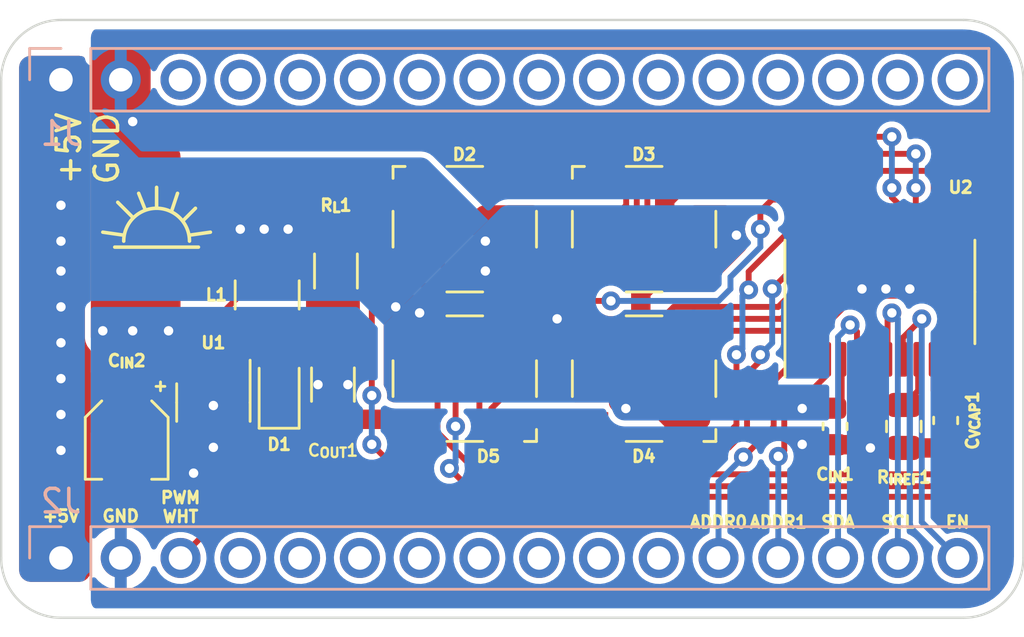
<source format=kicad_pcb>
(kicad_pcb (version 20211014) (generator pcbnew)
  (layers (0 "F.Cu" signal) (31 "B.Cu" power) (34 "B.Paste" user) (35 "F.Paste" user) (36 "B.SilkS" user "B.Silkscreen") (37 "F.SilkS" user "F.Silkscreen") (38 "B.Mask" user) (39 "F.Mask" user) (44 "Edge.Cuts" user))
  (net 0 "")
  (net 1 "/FB_WHT")
  (net 2 "/OUT2")
  (net 3 "/OUT1")
  (net 4 "/OUT0")
  (net 5 "VCC")
  (net 6 "/OUT5")
  (net 7 "/OUT4")
  (net 8 "/OUT3")
  (net 9 "/OUT8")
  (net 10 "/OUT7")
  (net 11 "/OUT6")
  (net 12 "/OUT11")
  (net 13 "/OUT10")
  (net 14 "/OUT9")
  (net 15 "/V_{OUT}_WHT")
  (net 16 "GND")
  (net 17 "Net-(R_{IREF}1-Pad2)")
  (net 18 "/SW_WHT")
  (net 19 "/ADDR0")
  (net 20 "/ADDR1")
  (net 21 "/SDA")
  (net 22 "/SCL")
  (net 23 "/RGB_EN")
  (net 24 "Net-(C_{VCAP}1-Pad1)")
  (net 31 "/DIM_WHT")
  (net 49 "Net-(D2-Pad4)")
  (net 50 "Net-(D3-Pad4)")
  (net 51 "Net-(D4-Pad4)")
  (footprint "sunrise:LED_SMD5050-8" (layer "F.Cu") (at 147.968 86.36)
    (fp_text reference "D4" (at -0.013 3.302 180) (layer "F.SilkS") (effects (font (size 0.5 0.5) (thickness 0.125))))
    (fp_text value "LED_RGBW")
    (fp_line (start -0.762 -2.667) (end 0.762 -2.667) (layer "F.SilkS") (width 0.12))
    (fp_line (start -3.048 0.762) (end -3.048 -0.762) (layer "F.SilkS") (width 0.12))
    (fp_line (start 3.048 2.667) (end 2.54 2.667) (layer "F.SilkS") (width 0.12))
    (fp_line (start -0.762 2.667) (end 0.762 2.667) (layer "F.SilkS") (width 0.12))
    (fp_line (start 3.048 2.667) (end 3.048 2.159) (layer "F.SilkS") (width 0.12))
    (fp_line (start 2.54 2.667) (end 3.048 2.667) (layer "F.SilkS") (width 0.12))
    (fp_line (start 3.048 0.762) (end 3.048 -0.762) (layer "F.SilkS") (width 0.12))
    (pad "1" smd rect (at -2.09 -1.725 270) (size 0.6 1.13) (layers "F.Cu" "F.Paste" "F.Mask") (net 5 "VCC"))
    (pad "2" smd rect (at -2.09 -0.575 270) (size 0.6 1.13) (layers "F.Cu" "F.Paste" "F.Mask") (net 5 "VCC"))
    (pad "3" smd rect (at -2.09 0.575 270) (size 0.6 1.13) (layers "F.Cu" "F.Paste" "F.Mask") (net 5 "VCC"))
    (pad "4" smd rect (at -2.09 1.725 270) (size 0.6 1.13) (layers "F.Cu" "F.Paste" "F.Mask") (net 51 "Net-(D4-Pad4)"))
    (pad "5" smd rect (at 2.09 1.725 270) (size 0.6 1.13) (layers "F.Cu" "F.Paste" "F.Mask") (net 50 "Net-(D3-Pad4)"))
    (pad "6" smd rect (at 2.09 0.575 270) (size 0.6 1.13) (layers "F.Cu" "F.Paste" "F.Mask") (net 9 "/OUT8"))
    (pad "7" smd rect (at 2.09 -0.575 270) (size 0.6 1.13) (layers "F.Cu" "F.Paste" "F.Mask") (net 10 "/OUT7"))
    (pad "8" smd rect (at 2.09 -1.725 270) (size 0.6 1.13) (layers "F.Cu" "F.Paste" "F.Mask") (net 11 "/OUT6"))
  )
  (footprint "Package_SO:TSSOP-24_4.4x7.8mm_P0.65mm" (layer "F.Cu") (at 157.988 82.677 90)
    (fp_text reference "U2" (at 4.445 3.429 180) (layer "F.SilkS") (effects (font (size 0.5 0.5) (thickness 0.125))))
    (fp_text value "LP5012")
    (fp_line (start 0 4.035) (end 2.2 4.035) (layer "F.SilkS") (width 0.12))
    (fp_line (start 0 -4.035) (end -3.6 -4.035) (layer "F.SilkS") (width 0.12))
    (fp_line (start 0 4.035) (end -2.2 4.035) (layer "F.SilkS") (width 0.12))
    (fp_line (start 0 -4.035) (end 2.2 -4.035) (layer "F.SilkS") (width 0.12))
    (pad "1" smd roundrect (at -2.8625 -3.575 90) (size 1.475 0.4) (layers "F.Cu" "F.Paste" "F.Mask") (net 19 "/ADDR0"))
    (pad "2" smd roundrect (at -2.8625 -2.925 90) (size 1.475 0.4) (layers "F.Cu" "F.Paste" "F.Mask") (net 16 "GND"))
    (pad "3" smd roundrect (at -2.8625 -2.275 90) (size 1.475 0.4) (layers "F.Cu" "F.Paste" "F.Mask") (net 20 "/ADDR1"))
    (pad "4" smd roundrect (at -2.8625 -1.625 90) (size 1.475 0.4) (layers "F.Cu" "F.Paste" "F.Mask") (net 5 "VCC"))
    (pad "5" smd roundrect (at -2.8625 -0.975 90) (size 1.475 0.4) (layers "F.Cu" "F.Paste" "F.Mask") (net 21 "/SDA"))
    (pad "6" smd roundrect (at -2.8625 -0.325 90) (size 1.475 0.4) (layers "F.Cu" "F.Paste" "F.Mask") (net 16 "GND"))
    (pad "7" smd roundrect (at -2.8625 0.325 90) (size 1.475 0.4) (layers "F.Cu" "F.Paste" "F.Mask") (net 22 "/SCL"))
    (pad "8" smd roundrect (at -2.8625 0.975 90) (size 1.475 0.4) (layers "F.Cu" "F.Paste" "F.Mask") (net 23 "/RGB_EN"))
    (pad "9" smd roundrect (at -2.8625 1.625 90) (size 1.475 0.4) (layers "F.Cu" "F.Paste" "F.Mask") (net 17 "Net-(R_{IREF}1-Pad2)"))
    (pad "10" smd roundrect (at -2.8625 2.275 90) (size 1.475 0.4) (layers "F.Cu" "F.Paste" "F.Mask") (net 24 "Net-(C_{VCAP}1-Pad1)"))
    (pad "11" smd roundrect (at -2.8625 2.925 90) (size 1.475 0.4) (layers "F.Cu" "F.Paste" "F.Mask"))
    (pad "12" smd roundrect (at -2.8625 3.575 90) (size 1.475 0.4) (layers "F.Cu" "F.Paste" "F.Mask") (net 4 "/OUT0"))
    (pad "13" smd roundrect (at 2.8625 3.575 90) (size 1.475 0.4) (layers "F.Cu" "F.Paste" "F.Mask") (net 3 "/OUT1"))
    (pad "14" smd roundrect (at 2.8625 2.925 90) (size 1.475 0.4) (layers "F.Cu" "F.Paste" "F.Mask") (net 2 "/OUT2"))
    (pad "15" smd roundrect (at 2.8625 2.275 90) (size 1.475 0.4) (layers "F.Cu" "F.Paste" "F.Mask") (net 8 "/OUT3"))
    (pad "16" smd roundrect (at 2.8625 1.625 90) (size 1.475 0.4) (layers "F.Cu" "F.Paste" "F.Mask") (net 7 "/OUT4"))
    (pad "17" smd roundrect (at 2.8625 0.975 90) (size 1.475 0.4) (layers "F.Cu" "F.Paste" "F.Mask") (net 6 "/OUT5"))
    (pad "18" smd roundrect (at 2.8625 0.325 90) (size 1.475 0.4) (layers "F.Cu" "F.Paste" "F.Mask") (net 16 "GND"))
    (pad "19" smd roundrect (at 2.8625 -0.325 90) (size 1.475 0.4) (layers "F.Cu" "F.Paste" "F.Mask") (net 11 "/OUT6"))
    (pad "20" smd roundrect (at 2.8625 -0.975 90) (size 1.475 0.4) (layers "F.Cu" "F.Paste" "F.Mask") (net 10 "/OUT7"))
    (pad "21" smd roundrect (at 2.8625 -1.625 90) (size 1.475 0.4) (layers "F.Cu" "F.Paste" "F.Mask") (net 9 "/OUT8"))
    (pad "22" smd roundrect (at 2.8625 -2.275 90) (size 1.475 0.4) (layers "F.Cu" "F.Paste" "F.Mask") (net 14 "/OUT9"))
    (pad "23" smd roundrect (at 2.8625 -2.925 90) (size 1.475 0.4) (layers "F.Cu" "F.Paste" "F.Mask") (net 13 "/OUT10"))
    (pad "24" smd roundrect (at 2.8625 -3.575 90) (size 1.475 0.4) (layers "F.Cu" "F.Paste" "F.Mask") (net 12 "/OUT11"))
  )
  (footprint "Package_TO_SOT_SMD:SOT-23-5" (layer "F.Cu") (at 129.667 87.376 -90)
    (fp_text reference "U1" (at -2.54 0 180) (layer "F.SilkS") (effects (font (size 0.5 0.5) (thickness 0.125))))
    (fp_text value "LM3410" hide)
    (fp_line (start 0 1.56) (end -0.8 1.56) (layer "F.SilkS") (width 0.12))
    (fp_line (start 0 -1.56) (end 0.8 -1.56) (layer "F.SilkS") (width 0.12))
    (fp_line (start 0 1.56) (end 0.8 1.56) (layer "F.SilkS") (width 0.12))
    (fp_line (start 0 -1.56) (end -1.8 -1.56) (layer "F.SilkS") (width 0.12))
    (pad "1" smd roundrect (at -1.1375 -0.95 270) (size 1.325 0.6) (layers "F.Cu" "F.Paste" "F.Mask") (net 18 "/SW_WHT"))
    (pad "2" smd roundrect (at -1.1375 0 270) (size 1.325 0.6) (layers "F.Cu" "F.Paste" "F.Mask") (net 16 "GND"))
    (pad "3" smd roundrect (at -1.1375 0.95 270) (size 1.325 0.6) (layers "F.Cu" "F.Paste" "F.Mask") (net 1 "/FB_WHT"))
    (pad "4" smd roundrect (at 1.1375 0.95 270) (size 1.325 0.6) (layers "F.Cu" "F.Paste" "F.Mask") (net 5 "VCC"))
    (pad "5" smd roundrect (at 1.1375 -0.95 270) (size 1.325 0.6) (layers "F.Cu" "F.Paste" "F.Mask") (net 31 "/DIM_WHT"))
  )
  (footprint "sunrise:LED_SMD5050-8" (layer "F.Cu") (at 147.968 80.01 180)
    (fp_text reference "D3" (at 0.013 3.175 180) (layer "F.SilkS") (effects (font (size 0.5 0.5) (thickness 0.125))))
    (fp_text value "LED_RGBW")
    (fp_line (start -3.048 0.762) (end -3.048 -0.762) (layer "F.SilkS") (width 0.12))
    (fp_line (start 3.048 0.762) (end 3.048 -0.762) (layer "F.SilkS") (width 0.12))
    (fp_line (start 3.048 2.667) (end 2.54 2.667) (layer "F.SilkS") (width 0.12))
    (fp_line (start 3.048 2.667) (end 3.048 2.159) (layer "F.SilkS") (width 0.12))
    (fp_line (start 2.54 2.667) (end 3.048 2.667) (layer "F.SilkS") (width 0.12))
    (fp_line (start -0.762 2.667) (end 0.762 2.667) (layer "F.SilkS") (width 0.12))
    (fp_line (start -0.762 -2.667) (end 0.762 -2.667) (layer "F.SilkS") (width 0.12))
    (pad "1" smd rect (at -2.09 -1.725 90) (size 0.6 1.13) (layers "F.Cu" "F.Paste" "F.Mask") (net 5 "VCC"))
    (pad "2" smd rect (at -2.09 -0.575 90) (size 0.6 1.13) (layers "F.Cu" "F.Paste" "F.Mask") (net 5 "VCC"))
    (pad "3" smd rect (at -2.09 0.575 90) (size 0.6 1.13) (layers "F.Cu" "F.Paste" "F.Mask") (net 5 "VCC"))
    (pad "4" smd rect (at -2.09 1.725 90) (size 0.6 1.13) (layers "F.Cu" "F.Paste" "F.Mask") (net 50 "Net-(D3-Pad4)"))
    (pad "5" smd rect (at 2.09 1.725 90) (size 0.6 1.13) (layers "F.Cu" "F.Paste" "F.Mask") (net 49 "Net-(D2-Pad4)"))
    (pad "6" smd rect (at 2.09 0.575 90) (size 0.6 1.13) (layers "F.Cu" "F.Paste" "F.Mask") (net 6 "/OUT5"))
    (pad "7" smd rect (at 2.09 -0.575 90) (size 0.6 1.13) (layers "F.Cu" "F.Paste" "F.Mask") (net 7 "/OUT4"))
    (pad "8" smd rect (at 2.09 -1.725 90) (size 0.6 1.13) (layers "F.Cu" "F.Paste" "F.Mask") (net 8 "/OUT3"))
  )
  (footprint "Diode_SMD:D_SOD-323" (layer "F.Cu") (at 132.461 86.868 90)
    (fp_text reference "D1" (at -2.286 0 180) (layer "F.SilkS") (effects (font (size 0.5 0.5) (thickness 0.125))))
    (fp_text value "30V" hide)
    (fp_line (start -1.6002 -0.85) (end -1.6002 0.85) (layer "F.SilkS") (width 0.12))
    (fp_line (start -1.6002 -0.85) (end 0.9498 -0.85) (layer "F.SilkS") (width 0.12))
    (fp_line (start -1.6002 0.85) (end 0.9498 0.85) (layer "F.SilkS") (width 0.12))
    (pad "1" smd rect (at -1.05 0 90) (size 0.6 0.45) (layers "F.Cu" "F.Paste" "F.Mask") (net 15 "/V_{OUT}_WHT"))
    (pad "2" smd rect (at 1.05 0 90) (size 0.6 0.45) (layers "F.Cu" "F.Paste" "F.Mask") (net 18 "/SW_WHT"))
  )
  (footprint "Inductor_SMD:L_1210_3225Metric" (layer "F.Cu") (at 131.953 82.804 -90)
    (fp_text reference "L1" (at 0 2.159) (layer "F.SilkS") (effects (font (size 0.5 0.5) (thickness 0.125))))
    (fp_text value "10u" hide)
    (fp_line (start -0.602064 -1.36) (end 0.602064 -1.36) (layer "F.SilkS") (width 0.12))
    (fp_line (start -0.602064 1.36) (end 0.602064 1.36) (layer "F.SilkS") (width 0.12))
    (pad "1" smd roundrect (at -1.4 0 270) (size 1.25 2.65) (layers "F.Cu" "F.Paste" "F.Mask") (roundrect_rratio 0.2) (net 5 "VCC"))
    (pad "2" smd roundrect (at 1.4 0 270) (size 1.25 2.65) (layers "F.Cu" "F.Paste" "F.Mask") (roundrect_rratio 0.2) (net 18 "/SW_WHT"))
  )
  (footprint "sunrise:LED_SMD5050-8" (layer "F.Cu") (at 140.348 86.36)
    (fp_text reference "D5" (at 1.003 3.302 180) (layer "F.SilkS") (effects (font (size 0.5 0.5) (thickness 0.125))))
    (fp_text value "LED_RGBW")
    (fp_line (start -0.762 -2.667) (end 0.762 -2.667) (layer "F.SilkS") (width 0.12))
    (fp_line (start -3.048 0.762) (end -3.048 -0.762) (layer "F.SilkS") (width 0.12))
    (fp_line (start 3.048 0.762) (end 3.048 -0.762) (layer "F.SilkS") (width 0.12))
    (fp_line (start 2.54 2.667) (end 3.048 2.667) (layer "F.SilkS") (width 0.12))
    (fp_line (start 3.048 2.667) (end 2.54 2.667) (layer "F.SilkS") (width 0.12))
    (fp_line (start 3.048 2.667) (end 3.048 2.159) (layer "F.SilkS") (width 0.12))
    (fp_line (start -0.762 2.667) (end 0.762 2.667) (layer "F.SilkS") (width 0.12))
    (pad "1" smd rect (at -2.09 -1.725 270) (size 0.6 1.13) (layers "F.Cu" "F.Paste" "F.Mask") (net 5 "VCC"))
    (pad "2" smd rect (at -2.09 -0.575 270) (size 0.6 1.13) (layers "F.Cu" "F.Paste" "F.Mask") (net 5 "VCC"))
    (pad "3" smd rect (at -2.09 0.575 270) (size 0.6 1.13) (layers "F.Cu" "F.Paste" "F.Mask") (net 5 "VCC"))
    (pad "4" smd rect (at -2.09 1.725 270) (size 0.6 1.13) (layers "F.Cu" "F.Paste" "F.Mask") (net 15 "/V_{OUT}_WHT"))
    (pad "5" smd rect (at 2.09 1.725 270) (size 0.6 1.13) (layers "F.Cu" "F.Paste" "F.Mask") (net 51 "Net-(D4-Pad4)"))
    (pad "6" smd rect (at 2.09 0.575 270) (size 0.6 1.13) (layers "F.Cu" "F.Paste" "F.Mask") (net 12 "/OUT11"))
    (pad "7" smd rect (at 2.09 -0.575 270) (size 0.6 1.13) (layers "F.Cu" "F.Paste" "F.Mask") (net 13 "/OUT10"))
    (pad "8" smd rect (at 2.09 -1.725 270) (size 0.6 1.13) (layers "F.Cu" "F.Paste" "F.Mask") (net 14 "/OUT9"))
  )
  (footprint "Capacitor_SMD:C_0603_1608Metric" (layer "F.Cu") (at 156.083 88.392 -90)
    (fp_text reference "C_{IN}1" (at 2.032 0 180) (layer "F.SilkS") (effects (font (size 0.5 0.5) (thickness 0.125))))
    (fp_text value "1u")
    (fp_line (start -0.14058 0.51) (end 0.14058 0.51) (layer "F.SilkS") (width 0.12))
    (fp_line (start -0.14058 -0.51) (end 0.14058 -0.51) (layer "F.SilkS") (width 0.12))
    (pad "1" smd roundrect (at -0.775 0 270) (size 0.9 0.95) (layers "F.Cu" "F.Paste" "F.Mask") (net 5 "VCC"))
    (pad "2" smd roundrect (at 0.775 0 270) (size 0.9 0.95) (layers "F.Cu" "F.Paste" "F.Mask") (net 16 "GND"))
  )
  (footprint "Capacitor_SMD:C_1206_3216Metric" (layer "F.Cu") (at 134.747 86.614 90)
    (fp_text reference "C_{OUT}1" (at -2.794 0 180) (layer "F.SilkS") (effects (font (size 0.5 0.5) (thickness 0.1))))
    (fp_text value "1n2")
    (fp_line (start -0.711252 0.91) (end 0.711252 0.91) (layer "F.SilkS") (width 0.12))
    (fp_line (start -0.711252 -0.91) (end 0.711252 -0.91) (layer "F.SilkS") (width 0.12))
    (pad "1" smd roundrect (at -1.475 0 90) (size 1.15 1.8) (layers "F.Cu" "F.Paste" "F.Mask") (roundrect_rratio 0.217391) (net 15 "/V_{OUT}_WHT"))
    (pad "2" smd roundrect (at 1.475 0 90) (size 1.15 1.8) (layers "F.Cu" "F.Paste" "F.Mask") (roundrect_rratio 0.217391) (net 16 "GND"))
  )
  (footprint "Resistor_SMD:R_0805_2012Metric" (layer "F.Cu") (at 159.004 88.392 90)
    (fp_text reference "R_{IREF}1" (at -2.159 0 180) (layer "F.SilkS") (effects (font (size 0.5 0.5) (thickness 0.125))))
    (fp_text value "374")
    (fp_line (start -0.227064 -0.735) (end 0.227064 -0.735) (layer "F.SilkS") (width 0.12))
    (fp_line (start -0.227064 0.735) (end 0.227064 0.735) (layer "F.SilkS") (width 0.12))
    (pad "1" smd roundrect (at -0.9125 0 90) (size 1.025 1.4) (layers "F.Cu" "F.Paste" "F.Mask") (roundrect_rratio 0.243902) (net 16 "GND"))
    (pad "2" smd roundrect (at 0.9125 0 90) (size 1.025 1.4) (layers "F.Cu" "F.Paste" "F.Mask") (roundrect_rratio 0.243902) (net 17 "Net-(R_{IREF}1-Pad2)"))
  )
  (footprint "sunrise:LED_SMD5050-8" (layer "F.Cu") (at 140.348 80.01 180)
    (fp_text reference "D2" (at 0.013 3.175 180) (layer "F.SilkS") (effects (font (size 0.5 0.5) (thickness 0.125))))
    (fp_text value "LED_RGBW")
    (fp_line (start 3.048 2.667) (end 3.048 2.159) (layer "F.SilkS") (width 0.12))
    (fp_line (start -3.048 0.762) (end -3.048 -0.762) (layer "F.SilkS") (width 0.12))
    (fp_line (start 3.048 2.667) (end 2.54 2.667) (layer "F.SilkS") (width 0.12))
    (fp_line (start 3.048 0.762) (end 3.048 -0.762) (layer "F.SilkS") (width 0.12))
    (fp_line (start 2.54 2.667) (end 3.048 2.667) (layer "F.SilkS") (width 0.12))
    (fp_line (start -0.762 -2.667) (end 0.762 -2.667) (layer "F.SilkS") (width 0.12))
    (fp_line (start -0.762 2.667) (end 0.762 2.667) (layer "F.SilkS") (width 0.12))
    (pad "1" smd rect (at -2.09 -1.725 90) (size 0.6 1.13) (layers "F.Cu" "F.Paste" "F.Mask") (net 5 "VCC"))
    (pad "2" smd rect (at -2.09 -0.575 90) (size 0.6 1.13) (layers "F.Cu" "F.Paste" "F.Mask") (net 5 "VCC"))
    (pad "3" smd rect (at -2.09 0.575 90) (size 0.6 1.13) (layers "F.Cu" "F.Paste" "F.Mask") (net 5 "VCC"))
    (pad "4" smd rect (at -2.09 1.725 90) (size 0.6 1.13) (layers "F.Cu" "F.Paste" "F.Mask") (net 49 "Net-(D2-Pad4)"))
    (pad "5" smd rect (at 2.09 1.725 90) (size 0.6 1.13) (layers "F.Cu" "F.Paste" "F.Mask") (net 1 "/FB_WHT"))
    (pad "6" smd rect (at 2.09 0.575 90) (size 0.6 1.13) (layers "F.Cu" "F.Paste" "F.Mask") (net 2 "/OUT2"))
    (pad "7" smd rect (at 2.09 -0.575 90) (size 0.6 1.13) (layers "F.Cu" "F.Paste" "F.Mask") (net 3 "/OUT1"))
    (pad "8" smd rect (at 2.09 -1.725 90) (size 0.6 1.13) (layers "F.Cu" "F.Paste" "F.Mask") (net 4 "/OUT0"))
  )
  (footprint "Capacitor_SMD:CP_Elec_3x5.3" (layer "F.Cu") (at 125.984 88.876 -90)
    (fp_text reference "C_{IN}2" (at -3.278 0 180) (layer "F.SilkS") (effects (font (size 0.5 0.5) (thickness 0.125))))
    (fp_text value "10u")
    (fp_line (start -1.570563 -1.06) (end -0.870563 -1.76) (layer "F.SilkS") (width 0.12))
    (fp_line (start -0.870563 -1.76) (end 1.76 -1.76) (layer "F.SilkS") (width 0.12))
    (fp_line (start -1.570563 1.06) (end -0.870563 1.76) (layer "F.SilkS") (width 0.12))
    (fp_line (start -0.870563 1.76) (end 1.76 1.76) (layer "F.SilkS") (width 0.12))
    (fp_line (start -2.375 -1.435) (end -2 -1.435) (layer "F.SilkS") (width 0.12))
    (fp_line (start 1.76 1.76) (end 1.76 1.06) (layer "F.SilkS") (width 0.12))
    (fp_line (start 1.76 -1.76) (end 1.76 -1.06) (layer "F.SilkS") (width 0.12))
    (fp_line (start -2.1875 -1.6225) (end -2.1875 -1.2475) (layer "F.SilkS") (width 0.12))
    (pad "1" smd rect (at -1.5 0 270) (size 2.2 1.6) (layers "F.Cu" "F.Paste" "F.Mask") (net 5 "VCC"))
    (pad "2" smd rect (at 1.5 0 270) (size 2.2 1.6) (layers "F.Cu" "F.Paste" "F.Mask") (net 16 "GND"))
  )
  (footprint "Capacitor_SMD:C_0603_1608Metric" (layer "F.Cu") (at 160.782 88.138 -90)
    (fp_text reference "C_{VCAP}1" (at 0 -1.143 90) (layer "F.SilkS") (effects (font (size 0.5 0.5) (thickness 0.125))))
    (fp_text value "1u")
    (fp_line (start -0.14058 -0.51) (end 0.14058 -0.51) (layer "F.SilkS") (width 0.12))
    (fp_line (start -0.14058 0.51) (end 0.14058 0.51) (layer "F.SilkS") (width 0.12))
    (pad "1" smd roundrect (at -0.775 0 270) (size 0.9 0.95) (layers "F.Cu" "F.Paste" "F.Mask") (net 24 "Net-(C_{VCAP}1-Pad1)"))
    (pad "2" smd roundrect (at 0.775 0 270) (size 0.9 0.95) (layers "F.Cu" "F.Paste" "F.Mask") (net 16 "GND"))
  )
  (footprint "Resistor_SMD:R_1206_3216Metric" (layer "F.Cu") (at 134.874 81.788 -90)
    (fp_text reference "R_{L}1" (at -2.794 0) (layer "F.SilkS") (effects (font (size 0.5 0.5) (thickness 0.125))))
    (fp_text value "10")
    (fp_line (start -0.727064 -0.91) (end 0.727064 -0.91) (layer "F.SilkS") (width 0.12))
    (fp_line (start -0.727064 0.91) (end 0.727064 0.91) (layer "F.SilkS") (width 0.12))
    (pad "1" smd roundrect (at -1.4625 0 270) (size 1.125 1.75) (layers "F.Cu" "F.Paste" "F.Mask") (roundrect_rratio 0.222222) (net 1 "/FB_WHT"))
    (pad "2" smd roundrect (at 1.4625 0 270) (size 1.125 1.75) (layers "F.Cu" "F.Paste" "F.Mask") (roundrect_rratio 0.222222) (net 16 "GND"))
  )
  (footprint "Connector_PinHeader_2.54mm:PinHeader_1x16_P2.54mm_Vertical" (layer "B.Cu") (at 123.19 73.66 -90)
    (fp_text reference "J1" (at 2.286 0 180) (layer "B.SilkS") (effects (justify mirror)))
    (fp_text value "TOP_HDR")
    (fp_line (start -1.33 0) (end -1.33 1.33) (layer "B.SilkS") (width 0.12))
    (fp_line (start -1.33 1.33) (end 0 1.33) (layer "B.SilkS") (width 0.12))
    (fp_line (start 1.33 -1.27) (end 1.33 -39.43) (layer "B.SilkS") (width 0.12))
    (fp_line (start -1.33 -39.43) (end 1.33 -39.43) (layer "B.SilkS") (width 0.12))
    (fp_line (start -1.33 -1.27) (end 1.33 -1.27) (layer "B.SilkS") (width 0.12))
    (fp_line (start -1.33 -1.27) (end -1.33 -39.43) (layer "B.SilkS") (width 0.12))
    (pad "1" thru_hole rect locked (at 0 0 270) (size 1.7 1.7) (drill 1) (layers *.Cu *.Mask) (net 5 "VCC"))
    (pad "2" thru_hole oval locked (at 0 -2.54 270) (size 1.7 1.7) (drill 1) (layers *.Cu *.Mask) (net 16 "GND"))
    (pad "3" thru_hole oval locked (at 0 -5.08 270) (size 1.7 1.7) (drill 1) (layers *.Cu *.Mask))
    (pad "4" thru_hole oval locked (at 0 -7.62 270) (size 1.7 1.7) (drill 1) (layers *.Cu *.Mask))
    (pad "5" thru_hole oval locked (at 0 -10.16 270) (size 1.7 1.7) (drill 1) (layers *.Cu *.Mask))
    (pad "6" thru_hole oval locked (at 0 -12.7 270) (size 1.7 1.7) (drill 1) (layers *.Cu *.Mask))
    (pad "7" thru_hole oval locked (at 0 -15.24 270) (size 1.7 1.7) (drill 1) (layers *.Cu *.Mask))
    (pad "8" thru_hole oval locked (at 0 -17.78 270) (size 1.7 1.7) (drill 1) (layers *.Cu *.Mask))
    (pad "9" thru_hole oval locked (at 0 -20.32 270) (size 1.7 1.7) (drill 1) (layers *.Cu *.Mask))
    (pad "10" thru_hole oval locked (at 0 -22.86 270) (size 1.7 1.7) (drill 1) (layers *.Cu *.Mask))
    (pad "11" thru_hole oval locked (at 0 -25.4 270) (size 1.7 1.7) (drill 1) (layers *.Cu *.Mask))
    (pad "12" thru_hole oval locked (at 0 -27.94 270) (size 1.7 1.7) (drill 1) (layers *.Cu *.Mask))
    (pad "13" thru_hole oval locked (at 0 -30.48 270) (size 1.7 1.7) (drill 1) (layers *.Cu *.Mask))
    (pad "14" thru_hole oval locked (at 0 -33.02 270) (size 1.7 1.7) (drill 1) (layers *.Cu *.Mask))
    (pad "15" thru_hole oval locked (at 0 -35.56 270) (size 1.7 1.7) (drill 1) (layers *.Cu *.Mask))
    (pad "16" thru_hole oval locked (at 0 -38.1 270) (size 1.7 1.7) (drill 1) (layers *.Cu *.Mask))
  )
  (footprint "Connector_PinHeader_2.54mm:PinHeader_1x16_P2.54mm_Vertical" (layer "B.Cu") (at 123.19 93.98 -90)
    (fp_text reference "J2" (at -2.413 0 180) (layer "B.SilkS") (effects (justify mirror)))
    (fp_text value "BTM_HDR")
    (fp_line (start -1.33 -39.43) (end 1.33 -39.43) (layer "B.SilkS") (width 0.12))
    (fp_line (start -1.33 -1.27) (end -1.33 -39.43) (layer "B.SilkS") (width 0.12))
    (fp_line (start -1.33 1.33) (end 0 1.33) (layer "B.SilkS") (width 0.12))
    (fp_line (start 1.33 -1.27) (end 1.33 -39.43) (layer "B.SilkS") (width 0.12))
    (fp_line (start -1.33 0) (end -1.33 1.33) (layer "B.SilkS") (width 0.12))
    (fp_line (start -1.33 -1.27) (end 1.33 -1.27) (layer "B.SilkS") (width 0.12))
    (pad "1" thru_hole rect locked (at 0 0 270) (size 1.7 1.7) (drill 1) (layers *.Cu *.Mask) (net 5 "VCC"))
    (pad "2" thru_hole oval locked (at 0 -2.54 270) (size 1.7 1.7) (drill 1) (layers *.Cu *.Mask) (net 16 "GND"))
    (pad "3" thru_hole oval locked (at 0 -5.08 270) (size 1.7 1.7) (drill 1) (layers *.Cu *.Mask) (net 31 "/DIM_WHT"))
    (pad "4" thru_hole oval locked (at 0 -7.62 270) (size 1.7 1.7) (drill 1) (layers *.Cu *.Mask))
    (pad "5" thru_hole oval locked (at 0 -10.16 270) (size 1.7 1.7) (drill 1) (layers *.Cu *.Mask))
    (pad "6" thru_hole oval locked (at 0 -12.7 270) (size 1.7 1.7) (drill 1) (layers *.Cu *.Mask))
    (pad "7" thru_hole oval locked (at 0 -15.24 270) (size 1.7 1.7) (drill 1) (layers *.Cu *.Mask))
    (pad "8" thru_hole oval locked (at 0 -17.78 270) (size 1.7 1.7) (drill 1) (layers *.Cu *.Mask))
    (pad "9" thru_hole oval locked (at 0 -20.32 270) (size 1.7 1.7) (drill 1) (layers *.Cu *.Mask))
    (pad "10" thru_hole oval locked (at 0 -22.86 270) (size 1.7 1.7) (drill 1) (layers *.Cu *.Mask))
    (pad "11" thru_hole oval locked (at 0 -25.4 270) (size 1.7 1.7) (drill 1) (layers *.Cu *.Mask))
    (pad "12" thru_hole oval locked (at 0 -27.94 270) (size 1.7 1.7) (drill 1) (layers *.Cu *.Mask) (net 19 "/ADDR0"))
    (pad "13" thru_hole oval locked (at 0 -30.48 270) (size 1.7 1.7) (drill 1) (layers *.Cu *.Mask) (net 20 "/ADDR1"))
    (pad "14" thru_hole oval locked (at 0 -33.02 270) (size 1.7 1.7) (drill 1) (layers *.Cu *.Mask) (net 21 "/SDA"))
    (pad "15" thru_hole oval locked (at 0 -35.56 270) (size 1.7 1.7) (drill 1) (layers *.Cu *.Mask) (net 22 "/SCL"))
    (pad "16" thru_hole oval locked (at 0 -38.1 270) (size 1.7 1.7) (drill 1) (layers *.Cu *.Mask) (net 23 "/RGB_EN"))
  )
  (gr_line locked (start 125.476 80.772) (end 129.032 80.772) (layer "F.SilkS") (width 0.15))
  (gr_line (start 128.651 80.264) (end 129.54 80.137) (layer "F.SilkS") (width 0.15))
  (gr_line (start 128.397 79.629) (end 128.905 79.121) (layer "F.SilkS") (width 0.15))
  (gr_line (start 126.238 79.502) (end 125.603 78.867) (layer "F.SilkS") (width 0.15))
  (gr_arc locked (start 125.857 80.518) (mid 127.254 79.121) (end 128.651 80.518) (layer "F.SilkS") (width 0.15))
  (gr_line (start 126.746 79.121) (end 126.492 78.486) (layer "F.SilkS") (width 0.15))
  (gr_line (start 125.857 80.264) (end 124.968 80.137) (layer "F.SilkS") (width 0.15))
  (gr_line (start 127.889 79.248) (end 128.143 78.486) (layer "F.SilkS") (width 0.15))
  (gr_line (start 127.254 79.121) (end 127.254 78.232) (layer "F.SilkS") (width 0.15))
  (gr_line (start 123.19 71.12) (end 161.544 71.12) (layer "Edge.Cuts") (width 0.1))
  (gr_arc (start 120.65 73.66) (mid 121.393949 71.863949) (end 123.19 71.12) (layer "Edge.Cuts") (width 0.1))
  (gr_arc (start 161.544 71.12) (mid 163.340051 71.863949) (end 164.084 73.66) (layer "Edge.Cuts") (width 0.1))
  (gr_arc (start 123.19 96.52) (mid 121.393949 95.776051) (end 120.65 93.98) (layer "Edge.Cuts") (width 0.1))
  (gr_line (start 164.084 93.98) (end 164.084 73.66) (layer "Edge.Cuts") (width 0.1))
  (gr_line (start 161.544 96.52) (end 123.19 96.52) (layer "Edge.Cuts") (width 0.1))
  (gr_line (start 120.65 73.66) (end 120.65 93.98) (layer "Edge.Cuts") (width 0.1))
  (gr_arc (start 164.084 93.98) (mid 163.340051 95.776051) (end 161.544 96.52) (layer "Edge.Cuts") (width 0.1))
  (gr_text "GND" (at 125.73 92.202) (layer "F.SilkS") (effects (font (size 0.5 0.5) (thickness 0.125))))
  (gr_text "SCL" (at 158.75 92.456) (layer "F.SilkS") (effects (font (size 0.5 0.5) (thickness 0.125))))
  (gr_text "SDA" (at 156.21 92.456) (layer "F.SilkS") (effects (font (size 0.5 0.5) (thickness 0.125))))
  (gr_text "ADDR1" (at 153.67 92.456) (layer "F.SilkS") (effects (font (size 0.5 0.5) (thickness 0.125))))
  (gr_text "+5V" (at 123.19 92.202) (layer "F.SilkS") (effects (font (size 0.5 0.5) (thickness 0.125))))
  (gr_text "PWM\nWHT" (at 128.27 91.821) (layer "F.SilkS") (effects (font (size 0.5 0.5) (thickness 0.125))))
  (gr_text "ADDR0" (at 151.13 92.456) (layer "F.SilkS") (effects (font (size 0.5 0.5) (thickness 0.125))))
  (gr_text "+5V\nGND" (at 124.333 76.581 90) (layer "F.SilkS") (effects (font (size 1 1))))
  (gr_text "EN" (at 161.29 92.456) (layer "F.SilkS") (effects (font (size 0.5 0.5) (thickness 0.125))))
  (segment (start 130.81 82.804) (end 133.096 82.804) (width 0.25) (layer "F.Cu") (net 1))
  (segment (start 136.398 78.232) (end 137.91 78.232) (width 0.825) (layer "F.Cu") (net 1))
  (segment (start 128.717 84.897) (end 130.81 82.804) (width 0.25) (layer "F.Cu") (net 1))
  (segment (start 128.717 86.2385) (end 128.717 84.897) (width 0.25) (layer "F.Cu") (net 1))
  (segment (start 134.874 80.3255) (end 134.874 79.756) (width 0.825) (layer "F.Cu") (net 1))
  (segment (start 134.874 79.756) (end 136.398 78.232) (width 0.825) (layer "F.Cu") (net 1))
  (segment (start 134.874 81.026) (end 134.874 80.3255) (width 0.25) (layer "F.Cu") (net 1))
  (segment (start 133.096 82.804) (end 134.874 81.026) (width 0.25) (layer "F.Cu") (net 1))
  (segment (start 161.29 78.74) (end 160.913 79.117) (width 0.25) (layer "F.Cu") (net 2))
  (segment (start 161.839041 78.752) (end 161.302 78.752) (width 0.25) (layer "F.Cu") (net 2))
  (segment (start 162.538 79.450959) (end 161.839041 78.752) (width 0.25) (layer "F.Cu") (net 2))
  (segment (start 162.538 89.682609) (end 162.538 79.450959) (width 0.25) (layer "F.Cu") (net 2))
  (segment (start 137.948 79.43) (end 137.448 79.43) (width 0.25) (layer "F.Cu") (net 2))
  (segment (start 160.913 79.117) (end 160.913 79.8145) (width 0.25) (layer "F.Cu") (net 2))
  (segment (start 161.302 78.752) (end 161.29 78.74) (width 0.25) (layer "F.Cu") (net 2))
  (segment (start 137.448 79.43) (end 136.398 80.48) (width 0.25) (layer "F.Cu") (net 2))
  (segment (start 160.838609 91.382) (end 162.538 89.682609) (width 0.25) (layer "F.Cu") (net 2))
  (segment (start 136.398 80.48) (end 136.398 87.077) (width 0.25) (layer "F.Cu") (net 2))
  (segment (start 138.626 91.382) (end 160.838609 91.382) (width 0.25) (layer "F.Cu") (net 2))
  (segment (start 136.398 89.154) (end 138.626 91.382) (width 0.25) (layer "F.Cu") (net 2))
  (via (at 136.398 89.154) (size 0.8) (drill 0.4) (layers "F.Cu" "B.Cu") (net 2))
  (via (at 136.398 87.077) (size 0.8) (drill 0.4) (layers "F.Cu" "B.Cu") (net 2))
  (segment (start 136.398 87.077) (end 136.398 89.154) (width 0.25) (layer "B.Cu") (net 2))
  (segment (start 140.453402 90.932) (end 160.652214 90.932) (width 0.25) (layer "F.Cu") (net 3))
  (segment (start 139.695701 90.174299) (end 140.453402 90.932) (width 0.25) (layer "F.Cu") (net 3))
  (segment (start 161.860107 89.724107) (end 162.088 89.496213) (width 0.25) (layer "F.Cu") (net 3))
  (segment (start 139.958299 82.100299) (end 139.958299 88.387701) (width 0.25) (layer "F.Cu") (net 3))
  (segment (start 162.088 80.3395) (end 161.563 79.8145) (width 0.25) (layer "F.Cu") (net 3))
  (segment (start 138.448 80.59) (end 139.958299 82.100299) (width 0.25) (layer "F.Cu") (net 3))
  (segment (start 160.652214 90.932) (end 161.860107 89.724107) (width 0.25) (layer "F.Cu") (net 3))
  (segment (start 162.088 89.496213) (end 162.088 80.3395) (width 0.25) (layer "F.Cu") (net 3))
  (via (at 139.958299 88.387701) (size 0.8) (drill 0.4) (layers "F.Cu" "B.Cu") (net 3))
  (via (at 139.695701 90.174299) (size 0.8) (drill 0.4) (layers "F.Cu" "B.Cu") (net 3))
  (segment (start 139.958299 88.387701) (end 139.958299 89.911701) (width 0.25) (layer "B.Cu") (net 3))
  (segment (start 139.958299 89.911701) (end 139.695701 90.174299) (width 0.25) (layer "B.Cu") (net 3))
  (segment (start 140.97 90.424) (end 139.192 88.646) (width 0.25) (layer "F.Cu") (net 4))
  (segment (start 161.582 85.5585) (end 161.563 85.5395) (width 0.25) (layer "F.Cu") (net 4))
  (segment (start 160.523817 90.424) (end 161.582 89.365817) (width 0.25) (layer "F.Cu") (net 4))
  (segment (start 139.192 88.646) (end 139.192 82.994) (width 0.25) (layer "F.Cu") (net 4))
  (segment (start 160.523817 90.424) (end 140.97 90.424) (width 0.25) (layer "F.Cu") (net 4))
  (segment (start 161.582 89.365817) (end 161.582 85.5585) (width 0.25) (layer "F.Cu") (net 4))
  (segment (start 137.948 81.75) (end 139.192 82.994) (width 0.25) (layer "F.Cu") (net 4))
  (segment (start 146.884 87.360568) (end 147.173216 87.649784) (width 0.825) (layer "F.Cu") (net 5))
  (segment (start 156.07 87.63) (end 156.083 87.617) (width 0.825) (layer "F.Cu") (net 5))
  (segment (start 144.272 83.82) (end 144.768 83.82) (width 0.825) (layer "F.Cu") (net 5))
  (segment (start 146.884 86.94) (end 146.884 87.360568) (width 0.825) (layer "F.Cu") (net 5))
  (segment (start 156.363 85.5395) (end 156.363 87.337) (width 0.25) (layer "F.Cu") (net 5))
  (segment (start 154.686 87.63) (end 156.07 87.63) (width 0.825) (layer "F.Cu") (net 5))
  (segment (start 145.568 84.62) (end 145.568 86.94) (width 0.825) (layer "F.Cu") (net 5))
  (segment (start 144.768 83.82) (end 145.568 84.62) (width 0.825) (layer "F.Cu") (net 5))
  (segment (start 145.568 86.94) (end 146.884 86.94) (width 0.825) (layer "F.Cu") (net 5))
  (segment (start 156.363 87.337) (end 156.083 87.617) (width 0.25) (layer "F.Cu") (net 5))
  (via (at 141.224 81.788) (size 0.8) (drill 0.4) (layers "F.Cu" "B.Cu") (net 5))
  (via (at 141.224 80.518) (size 0.8) (drill 0.4) (layers "F.Cu" "B.Cu") (net 5))
  (via (at 123.19 84.836) (size 0.8) (drill 0.4) (layers "F.Cu" "B.Cu") (net 5))
  (via (at 123.19 80.518) (size 0.8) (drill 0.4) (layers "F.Cu" "B.Cu") (net 5))
  (via (at 123.19 89.408) (size 0.8) (drill 0.4) (layers "F.Cu" "B.Cu") (net 5))
  (via (at 154.686 87.63) (size 0.8) (drill 0.4) (layers "F.Cu" "B.Cu") (net 5))
  (via (at 144.272 83.82) (size 0.8) (drill 0.4) (layers "F.Cu" "B.Cu") (net 5))
  (via (at 123.19 83.312) (size 0.8) (drill 0.4) (layers "F.Cu" "B.Cu") (net 5))
  (via (at 131.826 80.01) (size 0.8) (drill 0.4) (layers "F.Cu" "B.Cu") (net 5))
  (via (at 138.43 83.566) (size 0.8) (drill 0.4) (layers "F.Cu" "B.Cu") (net 5))
  (via (at 130.81 80.01) (size 0.8) (drill 0.4) (layers "F.Cu" "B.Cu") (net 5))
  (via (at 137.414 83.312) (size 0.8) (drill 0.4) (layers "F.Cu" "B.Cu") (net 5))
  (via (at 147.193 87.63) (size 0.8) (drill 0.4) (layers "F.Cu" "B.Cu") (net 5))
  (via (at 123.19 81.788) (size 0.8) (drill 0.4) (layers "F.Cu" "B.Cu") (net 5))
  (via (at 151.892 80.264) (size 0.8) (drill 0.4) (layers "F.Cu" "B.Cu") (net 5))
  (via (at 123.19 78.994) (size 0.8) (drill 0.4) (layers "F.Cu" "B.Cu") (net 5))
  (via (at 132.842 80.01) (size 0.8) (drill 0.4) (layers "F.Cu" "B.Cu") (net 5))
  (via (at 123.19 86.36) (size 0.8) (drill 0.4) (layers "F.Cu" "B.Cu") (net 5))
  (via (at 123.19 87.884) (size 0.8) (drill 0.4) (layers "F.Cu" "B.Cu") (net 5))
  (segment (start 147.686113 77.582112) (end 149.184725 76.0835) (width 0.25) (layer "F.Cu") (net 6))
  (segment (start 147.2065 78.061725) (end 147.686113 77.582112) (width 0.25) (layer "F.Cu") (net 6))
  (segment (start 149.184725 76.0835) (end 158.496 76.0835) (width 0.25) (layer "F.Cu") (net 6))
  (segment (start 158.496 78.257) (end 158.496 78.658959) (width 0.25) (layer "F.Cu") (net 6))
  (segment (start 146.7705 79.43) (end 147.2065 78.994) (width 0.25) (layer "F.Cu") (net 6))
  (segment (start 158.496 78.658959) (end 158.963 79.125959) (width 0.25) (layer "F.Cu") (net 6))
  (segment (start 145.568 79.43) (end 146.7705 79.43) (width 0.25) (layer "F.Cu") (net 6))
  (segment (start 147.2065 78.994) (end 147.2065 78.061725) (width 0.25) (layer "F.Cu") (net 6))
  (segment (start 158.963 79.125959) (end 158.963 79.8145) (width 0.25) (layer "F.Cu") (net 6))
  (via (at 158.496 76.0835) (size 0.8) (drill 0.4) (layers "F.Cu" "B.Cu") (net 6))
  (via (at 158.496 78.257) (size 0.8) (drill 0.4) (layers "F.Cu" "B.Cu") (net 6))
  (segment (start 158.496 76.0835) (end 158.496 78.257) (width 0.25) (layer "B.Cu") (net 6))
  (segment (start 159.512 78.257) (end 159.512 79.7135) (width 0.25) (layer "F.Cu") (net 7))
  (segment (start 159.512 79.7135) (end 159.613 79.8145) (width 0.25) (layer "F.Cu") (net 7))
  (segment (start 145.568 80.59) (end 147.3305 80.59) (width 0.25) (layer "F.Cu") (net 7))
  (segment (start 147.6565 78.248121) (end 148.258311 77.64631) (width 0.25) (layer "F.Cu") (net 7))
  (segment (start 149.096621 76.808) (end 159.512 76.808) (width 0.25) (layer "F.Cu") (net 7))
  (segment (start 147.6565 80.264) (end 147.6565 78.248121) (width 0.25) (layer "F.Cu") (net 7))
  (segment (start 147.3305 80.59) (end 147.6565 80.264) (width 0.25) (layer "F.Cu") (net 7))
  (segment (start 148.258311 77.64631) (end 149.096621 76.808) (width 0.25) (layer "F.Cu") (net 7))
  (via (at 159.512 76.808) (size 0.8) (drill 0.4) (layers "F.Cu" "B.Cu") (net 7))
  (via (at 159.512 78.257) (size 0.8) (drill 0.4) (layers "F.Cu" "B.Cu") (net 7))
  (segment (start 159.512 76.808) (end 159.512 78.257) (width 0.25) (layer "B.Cu") (net 7))
  (segment (start 145.568 81.75) (end 147.6365 81.75) (width 0.25) (layer "F.Cu") (net 8))
  (segment (start 160.274 79.8035) (end 160.263 79.8145) (width 0.25) (layer "F.Cu") (net 8))
  (segment (start 148.1065 81.28) (end 148.1065 78.434517) (width 0.25) (layer "F.Cu") (net 8))
  (segment (start 147.6365 81.75) (end 148.1065 81.28) (width 0.25) (layer "F.Cu") (net 8))
  (segment (start 160.274 77.724) (end 160.274 79.8035) (width 0.25) (layer "F.Cu") (net 8))
  (segment (start 148.1065 78.434517) (end 149.008517 77.5325) (width 0.25) (layer "F.Cu") (net 8))
  (segment (start 149.008517 77.5325) (end 160.0825 77.5325) (width 0.25) (layer "F.Cu") (net 8))
  (segment (start 160.0825 77.5325) (end 160.274 77.724) (width 0.25) (layer "F.Cu") (net 8))
  (segment (start 148.5655 83.9715) (end 149.225 83.312) (width 0.25) (layer "F.Cu") (net 9))
  (segment (start 149.868 86.94) (end 148.5655 85.6375) (width 0.25) (layer "F.Cu") (net 9))
  (segment (start 153.667208 83.312) (end 156.363 80.616208) (width 0.25) (layer "F.Cu") (net 9))
  (segment (start 156.363 80.616208) (end 156.363 79.8145) (width 0.25) (layer "F.Cu") (net 9))
  (segment (start 149.225 83.312) (end 153.667208 83.312) (width 0.25) (layer "F.Cu") (net 9))
  (segment (start 148.5655 85.6375) (end 148.5655 83.9715) (width 0.25) (layer "F.Cu") (net 9))
  (segment (start 149.098 84.08) (end 149.358 83.82) (width 0.25) (layer "F.Cu") (net 10))
  (segment (start 149.358 83.82) (end 153.795604 83.82) (width 0.25) (layer "F.Cu") (net 10))
  (segment (start 157.013 80.602604) (end 157.013 79.8145) (width 0.25) (layer "F.Cu") (net 10))
  (segment (start 153.795604 83.82) (end 157.013 80.602604) (width 0.25) (layer "F.Cu") (net 10))
  (segment (start 149.661 85.78) (end 149.098 85.217) (width 0.25) (layer "F.Cu") (net 10))
  (segment (start 149.098 85.217) (end 149.098 84.08) (width 0.25) (layer "F.Cu") (net 10))
  (segment (start 150.368 85.78) (end 149.661 85.78) (width 0.25) (layer "F.Cu") (net 10))
  (segment (start 157.663 80.589) (end 157.663 79.8145) (width 0.25) (layer "F.Cu") (net 11))
  (segment (start 150.368 84.62) (end 150.66 84.328) (width 0.25) (layer "F.Cu") (net 11))
  (segment (start 153.924 84.328) (end 157.663 80.589) (width 0.25) (layer "F.Cu") (net 11))
  (segment (start 150.66 84.328) (end 153.924 84.328) (width 0.25) (layer "F.Cu") (net 11))
  (segment (start 151.892 88.326) (end 151.3805 88.8375) (width 0.25) (layer "F.Cu") (net 12))
  (segment (start 141.478 88.58) (end 141.478 87.63) (width 0.25) (layer "F.Cu") (net 12))
  (segment (start 141.7355 88.8375) (end 141.478 88.58) (width 0.25) (layer "F.Cu") (net 12))
  (segment (start 152.411736 81.815764) (end 152.411736 82.5875) (width 0.25) (layer "F.Cu") (net 12))
  (segment (start 151.892 85.344) (end 151.892 88.326) (width 0.25) (layer "F.Cu") (net 12))
  (segment (start 154.413 79.8145) (end 152.411736 81.815764) (width 0.25) (layer "F.Cu") (net 12))
  (segment (start 141.478 87.63) (end 142.168 86.94) (width 0.25) (layer "F.Cu") (net 12))
  (segment (start 151.3805 88.8375) (end 141.7355 88.8375) (width 0.25) (layer "F.Cu") (net 12))
  (via (at 152.411736 82.5875) (size 0.8) (drill 0.4) (layers "F.Cu" "B.Cu") (net 12))
  (via (at 151.892 85.344) (size 0.8) (drill 0.4) (layers "F.Cu" "B.Cu") (net 12))
  (segment (start 152.146 82.853236) (end 152.411736 82.5875) (width 0.25) (layer "B.Cu") (net 12))
  (segment (start 151.892 85.344) (end 152.146 85.09) (width 0.25) (layer "B.Cu") (net 12))
  (segment (start 152.146 85.09) (end 152.146 82.853236) (width 0.25) (layer "B.Cu") (net 12))
  (segment (start 152.908 85.3445) (end 152.908 85.598) (width 0.25) (layer "F.Cu") (net 13))
  (segment (start 140.97 87.058) (end 142.248 85.78) (width 0.25) (layer "F.Cu") (net 13))
  (segment (start 151.566896 89.2875) (end 141.549104 89.2875) (width 0.25) (layer "F.Cu") (net 13))
  (segment (start 152.342 86.164) (end 152.342 88.512396) (width 0.25) (layer "F.Cu") (net 13))
  (segment (start 141.549104 89.2875) (end 140.97 88.708396) (width 0.25) (layer "F.Cu") (net 13))
  (segment (start 155.063 79.8145) (end 155.063 80.89161) (width 0.25) (layer "F.Cu") (net 13))
  (segment (start 155.063 80.89161) (end 153.410305 82.544305) (width 0.25) (layer "F.Cu") (net 13))
  (segment (start 152.908 85.598) (end 152.342 86.164) (width 0.25) (layer "F.Cu") (net 13))
  (segment (start 152.342 88.512396) (end 151.566896 89.2875) (width 0.25) (layer "F.Cu") (net 13))
  (segment (start 140.97 88.708396) (end 140.97 87.058) (width 0.25) (layer "F.Cu") (net 13))
  (via (at 152.908 85.3445) (size 0.8) (drill 0.4) (layers "F.Cu" "B.Cu") (net 13))
  (via (at 153.410305 82.544305) (size 0.8) (drill 0.4) (layers "F.Cu" "B.Cu") (net 13))
  (segment (start 153.410305 84.842195) (end 152.908 85.3445) (width 0.25) (layer "B.Cu") (net 13))
  (segment (start 153.410305 82.544305) (end 153.410305 84.842195) (width 0.25) (layer "B.Cu") (net 13))
  (segment (start 143.002 83.058) (end 142.748 83.312) (width 0.25) (layer "F.Cu") (net 14))
  (segment (start 152.908 79.248) (end 153.404 78.752) (width 0.25) (layer "F.Cu") (net 14))
  (segment (start 155.339041 78.752) (end 155.713 79.125959) (width 0.25) (layer "F.Cu") (net 14))
  (segment (start 152.908 80.01) (end 152.908 79.248) (width 0.25) (layer "F.Cu") (net 14))
  (segment (start 153.404 78.752) (end 155.339041 78.752) (width 0.25) (layer "F.Cu") (net 14))
  (segment (start 146.558 83.058) (end 143.002 83.058) (width 0.25) (layer "F.Cu") (net 14))
  (segment (start 142.748 83.312) (end 142.748 84.62) (width 0.25) (layer "F.Cu") (net 14))
  (segment (start 155.713 79.125959) (end 155.713 79.8145) (width 0.25) (layer "F.Cu") (net 14))
  (via (at 146.558 83.058) (size 0.8) (drill 0.4) (layers "F.Cu" "B.Cu") (net 14))
  (via (at 152.908 80.01) (size 0.8) (drill 0.4) (layers "F.Cu" "B.Cu") (net 14))
  (segment (start 152.908 80.772) (end 152.908 80.01) (width 0.25) (layer "B.Cu") (net 14))
  (segment (start 151.13 83.058) (end 151.638 82.55) (width 0.25) (layer "B.Cu") (net 14))
  (segment (start 151.638 82.042) (end 152.908 80.772) (width 0.25) (layer "B.Cu") (net 14))
  (segment (start 151.638 82.55) (end 151.638 82.042) (width 0.25) (layer "B.Cu") (net 14))
  (segment (start 146.558 83.058) (end 151.13 83.058) (width 0.25) (layer "B.Cu") (net 14))
  (segment (start 137.937 88.089) (end 137.948 88.1) (width 0.825) (layer "F.Cu") (net 15))
  (segment (start 134.747 88.089) (end 137.937 88.089) (width 0.825) (layer "F.Cu") (net 15))
  (segment (start 132.632 88.089) (end 132.461 87.918) (width 0.825) (layer "F.Cu") (net 15))
  (segment (start 134.747 88.089) (end 132.632 88.089) (width 0.825) (layer "F.Cu") (net 15))
  (segment (start 125.73 73.914) (end 125.73 73.66) (width 0.825) (layer "F.Cu") (net 16))
  (segment (start 129.08 90.376) (end 129.667 89.789) (width 0.825) (layer "F.Cu") (net 16))
  (segment (start 158.242 82.55) (end 159.258 82.55) (width 0.825) (layer "F.Cu") (net 16))
  (segment (start 156.07 89.154) (end 156.083 89.167) (width 0.825) (layer "F.Cu") (net 16))
  (segment (start 157.226 82.55) (end 158.242 82.55) (width 0.825) (layer "F.Cu") (net 16))
  (segment (start 157.663 85.5395) (end 157.663 83.129) (width 0.25) (layer "F.Cu") (net 16))
  (segment (start 157.663 85.5395) (end 157.663 89.225) (width 0.25) (layer "F.Cu") (net 16))
  (segment (start 155.063 85.5395) (end 155.063 84.713) (width 0.25) (layer "F.Cu") (net 16))
  (segment (start 155.063 84.713) (end 157.226 82.55) (width 0.25) (layer "F.Cu") (net 16))
  (segment (start 156.083 89.167) (end 157.446 89.167) (width 0.825) (layer "F.Cu") (net 16))
  (segment (start 129.667 87.503) (end 129.667 86.2385) (width 0.825) (layer "F.Cu") (net 16))
  (segment (start 158.313 82.479) (end 158.242 82.55) (width 0.25) (layer "F.Cu") (net 16))
  (segment (start 160.3905 89.3045) (end 160.782 88.913) (width 0.825) (layer "F.Cu") (net 16))
  (segment (start 129.667 89.281) (end 129.667 87.503) (width 0.825) (layer "F.Cu") (net 16))
  (segment (start 129.667 89.789) (end 129.667 89.281) (width 0.825) (layer "F.Cu") (net 16))
  (segment (start 125.984 90.376) (end 128.826 90.376) (width 0.825) (layer "F.Cu") (net 16))
  (segment (start 159.004 89.3045) (end 157.5835 89.3045) (width 0.825) (layer "F.Cu") (net 16))
  (segment (start 128.826 90.376) (end 129.08 90.376) (width 0.825) (layer "F.Cu") (net 16))
  (segment (start 157.663 83.129) (end 158.242 82.55) (width 0.25) (layer "F.Cu") (net 16))
  (segment (start 157.663 89.225) (end 157.5835 89.3045) (width 0.25) (layer "F.Cu") (net 16))
  (segment (start 158.313 79.8145) (end 158.313 82.479) (width 0.25) (layer "F.Cu") (net 16))
  (segment (start 154.686 89.154) (end 156.07 89.154) (width 0.825) (layer "F.Cu") (net 16))
  (segment (start 159.004 89.3045) (end 160.3905 89.3045) (width 0.825) (layer "F.Cu") (net 16))
  (segment (start 157.446 89.167) (end 157.5835 89.3045) (width 0.825) (layer "F.Cu") (net 16))
  (via (at 158.242 82.55) (size 0.8) (drill 0.4) (layers "F.Cu" "B.Cu") (net 16))
  (via (at 126.238 84.328) (size 0.8) (drill 0.4) (layers "F.Cu" "B.Cu") (net 16))
  (via (at 129.667 89.281) (size 0.8) (drill 0.4) (layers "F.Cu" "B.Cu") (net 16))
  (via (at 134.112 86.614) (size 0.8) (drill 0.4) (layers "F.Cu" "B.Cu") (net 16))
  (via (at 159.258 82.55) (size 0.8) (drill 0.4) (layers "F.Cu" "B.Cu") (net 16))
  (via (at 157.5835 89.3045) (size 0.8) (drill 0.4) (layers "F.Cu" "B.Cu") (net 16))
  (via (at 124.968 84.328) (size 0.8) (drill 0.4) (layers "F.Cu" "B.Cu") (net 16))
  (via (at 135.382 86.614) (size 0.8) (drill 0.4) (layers "F.Cu" "B.Cu") (net 16))
  (via (at 126.238 75.438) (size 0.8) (drill 0.4) (layers "F.Cu" "B.Cu") (net 16))
  (via (at 154.686 89.154) (size 0.8) (drill 0.4) (layers "F.Cu" "B.Cu") (net 16))
  (via (at 129.667 87.503) (size 0.8) (drill 0.4) (layers "F.Cu" "B.Cu") (net 16))
  (via (at 127.762 84.328) (size 0.8) (drill 0.4) (layers "F.Cu" "B.Cu") (net 16))
  (via (at 128.826 90.376) (size 0.8) (drill 0.4) (layers "F.Cu" "B.Cu") (net 16))
  (via (at 157.226 82.55) (size 0.8) (drill 0.4) (layers "F.Cu" "B.Cu") (net 16))
  (segment (start 159.004 87.4795) (end 159.613 86.8705) (width 0.25) (layer "F.Cu") (net 17))
  (segment (start 159.613 86.8705) (end 159.613 85.5395) (width 0.25) (layer "F.Cu") (net 17))
  (segment (start 153.474 88.404995) (end 153.474 86.4785) (width 0.25) (layer "F.Cu") (net 19))
  (segment (start 153.474 86.4785) (end 154.413 85.5395) (width 0.25) (layer "F.Cu") (net 19))
  (segment (start 152.186668 89.692327) (end 153.474 88.404995) (width 0.25) (layer "F.Cu") (net 19))
  (via (at 152.186668 89.692327) (size 0.8) (drill 0.4) (layers "F.Cu" "B.Cu") (net 19))
  (segment (start 151.13 90.748995) (end 152.186668 89.692327) (width 0.25) (layer "B.Cu") (net 19))
  (segment (start 151.13 93.98) (end 151.13 90.748995) (width 0.25) (layer "B.Cu") (net 19))
  (segment (start 155.713 85.5395) (end 155.713 86.228041) (width 0.25) (layer "F.Cu") (net 20))
  (segment (start 154.380517 86.8925) (end 153.924 87.349017) (width 0.25) (layer "F.Cu") (net 20))
  (segment (start 155.713 86.228041) (end 155.048541 86.8925) (width 0.25) (layer "F.Cu") (net 20))
  (segment (start 155.048541 86.8925) (end 154.380517 86.8925) (width 0.25) (layer "F.Cu") (net 20))
  (segment (start 153.924 87.349017) (end 153.924 89.408) (width 0.25) (layer "F.Cu") (net 20))
  (segment (start 153.924 89.408) (end 153.67 89.662) (width 0.25) (layer "F.Cu") (net 20))
  (via (at 153.67 89.662) (size 0.8) (drill 0.4) (layers "F.Cu" "B.Cu") (net 20))
  (segment (start 153.67 93.98) (end 153.67 89.662) (width 0.25) (layer "B.Cu") (net 20))
  (segment (start 157.013 84.369) (end 156.722299 84.078299) (width 0.25) (layer "F.Cu") (net 21))
  (segment (start 157.013 85.5395) (end 157.013 84.369) (width 0.25) (layer "F.Cu") (net 21))
  (via (at 156.722299 84.078299) (size 0.8) (drill 0.4) (layers "F.Cu" "B.Cu") (net 21))
  (segment (start 156.21 84.590598) (end 156.21 93.98) (width 0.25) (layer "B.Cu") (net 21))
  (segment (start 156.722299 84.078299) (end 156.21 84.590598) (width 0.25) (layer "B.Cu") (net 21))
  (segment (start 158.313 85.5395) (end 158.313 83.749) (width 0.25) (layer "F.Cu") (net 22))
  (segment (start 158.313 83.749) (end 158.496 83.566) (width 0.25) (layer "F.Cu") (net 22))
  (via (at 158.496 83.566) (size 0.8) (drill 0.4) (layers "F.Cu" "B.Cu") (net 22))
  (segment (start 158.75 83.82) (end 158.75 93.98) (width 0.25) (layer "B.Cu") (net 22))
  (segment (start 158.496 83.566) (end 158.75 83.82) (width 0.25) (layer "B.Cu") (net 22))
  (segment (start 158.963 85.5395) (end 158.963 84.623) (width 0.25) (layer "F.Cu") (net 23))
  (segment (start 158.963 84.623) (end 159.766 83.82) (width 0.25) (layer "F.Cu") (net 23))
  (via (at 159.766 83.82) (size 0.8) (drill 0.4) (layers "F.Cu" "B.Cu") (net 23))
  (segment (start 159.766 83.82) (end 159.766 92.456) (width 0.25) (layer "B.Cu") (net 23))
  (segment (start 159.766 92.456) (end 161.29 93.98) (width 0.25) (layer "B.Cu") (net 23))
  (segment (start 160.782 87.363) (end 160.263 86.844) (width 0.25) (layer "F.Cu") (net 24))
  (segment (start 160.263 86.844) (end 160.263 85.5395) (width 0.25) (layer "F.Cu") (net 24))
  (segment (start 130.617 88.5135) (end 130.617 91.633) (width 0.25) (layer "F.Cu") (net 31))
  (segment (start 130.617 91.633) (end 128.27 93.98) (width 0.25) (layer "F.Cu") (net 31))
  (segment (start 142.748 78.27) (end 145.568 78.27) (width 0.825) (layer "F.Cu") (net 49))
  (segment (start 148.8805 87.8475) (end 148.8805 87.486931) (width 0.825) (layer "F.Cu") (net 50))
  (segment (start 147.828 82.677) (end 148.844 81.661) (width 0.825) (layer "F.Cu") (net 50))
  (segment (start 147.828 86.434431) (end 147.828 82.677) (width 0.825) (layer "F.Cu") (net 50))
  (segment (start 148.844 78.74) (end 149.314 78.27) (width 0.825) (layer "F.Cu") (net 50))
  (segment (start 148.8805 87.486931) (end 147.828 86.434431) (width 0.825) (layer "F.Cu") (net 50))
  (segment (start 150.368 88.1) (end 149.133 88.1) (width 0.825) (layer "F.Cu") (net 50))
  (segment (start 149.133 88.1) (end 148.8805 87.8475) (width 0.825) (layer "F.Cu") (net 50))
  (segment (start 148.844 81.661) (end 148.844 78.74) (width 0.825) (layer "F.Cu") (net 50))
  (segment (start 149.314 78.27) (end 150.368 78.27) (width 0.825) (layer "F.Cu") (net 50))
  (segment (start 142.748 88.1) (end 145.568 88.1) (width 0.825) (layer "F.Cu") (net 51))
  (zone (net 5) (net_name "VCC") (layer "F.Cu") (name "VCC_LED") (priority 1) (connect_pads yes (clearance 0.25)) (min_thickness 0.254) (fill yes (thermal_gap 0.508) (thermal_bridge_width 0.508) (smoothing fillet) (radius 0.5))
    (polygon (pts (xy 152.4 79.756) (xy 152.4 80.772) (xy 151.13 82.042) (xy 149.606 82.042) (xy 149.606 78.994) (xy 151.638 78.994)))
  )
  (zone (net 5) (net_name "VCC") (layer "F.Cu") (name "VCC_TOP") (priority 1) (connect_pads yes (clearance 0.25)) (min_thickness 0.254) (fill yes (thermal_gap 0.508) (thermal_bridge_width 0.508) (smoothing fillet) (radius 0.5))
    (polygon (pts (xy 133.35 82.042) (xy 130.556 82.042) (xy 130.302 81.788) (xy 130.302 79.502) (xy 133.35 79.502)))
  )
  (zone (net 5) (net_name "VCC") (layer "F.Cu") (name "VCC_LED") (priority 1) (connect_pads yes (clearance 0.25)) (min_thickness 0.254) (fill yes (thermal_gap 0.508) (thermal_bridge_width 0.508) (smoothing fillet) (radius 0.5))
    (polygon (pts (xy 147.32 84.328) (xy 147.32 87.376) (xy 144.526 87.376) (xy 144.526 83.566) (xy 146.558 83.566)))
  )
  (zone (net 5) (net_name "VCC") (layers F&B.Cu) (name "VCC_BOT") (connect_pads yes (clearance 0.25)) (min_thickness 0.254) (fill yes (thermal_gap 0.508) (thermal_bridge_width 0.508) (smoothing fillet) (radius 0.5))
    (polygon (pts (xy 124.46 94.996) (xy 121.412 94.996) (xy 121.412 72.644) (xy 124.46 72.644)))
  )
  (zone (net 5) (net_name "VCC") (layer "F.Cu") (name "VCC_LED") (priority 1) (connect_pads yes (clearance 0.25)) (min_thickness 0.254) (fill yes (thermal_gap 0.508) (thermal_bridge_width 0.508) (smoothing fillet) (radius 0.5))
    (polygon (pts (xy 138.938 87.376) (xy 136.906 87.376) (xy 136.906 82.804) (xy 138.938 82.804)))
  )
  (zone (net 16) (net_name "GND") (layer "F.Cu") (name "GND_TOP") (priority 1) (connect_pads yes (clearance 0.25)) (min_thickness 0.254) (fill yes (thermal_gap 0.508) (thermal_bridge_width 0.508) (smoothing fillet) (radius 0.5))
    (polygon (pts (xy 127 75.438) (xy 128.27 76.708) (xy 128.27 85.09) (xy 124.46 85.09) (xy 124.46 71.882) (xy 127 71.882)))
  )
  (zone (net 5) (net_name "VCC") (layer "F.Cu") (name "VCC_TOP") (connect_pads yes (clearance 0.25)) (min_thickness 0.254) (fill yes (thermal_gap 0.508) (thermal_bridge_width 0.508) (smoothing fillet) (radius 0.5))
    (polygon (pts (xy 129.032 87.776424) (xy 129.032 89.154) (xy 127.762 89.154) (xy 127.254 88.646) (xy 124.46 88.646) (xy 124.46 86.106) (xy 127.128494 86.106)))
  )
  (zone (net 16) (net_name "GND") (layer "F.Cu") (name "GND_TOP") (priority 1) (connect_pads yes (clearance 0.25)) (min_thickness 0.254) (fill yes (thermal_gap 0.508) (thermal_bridge_width 0.508) (smoothing fillet) (radius 0.5))
    (polygon (pts (xy 135.89 87.122) (xy 133.604 87.122) (xy 133.604 82.55) (xy 135.89 82.55)))
  )
  (zone (net 18) (net_name "/SW_WHT") (layer "F.Cu") (name "SW_WHT") (connect_pads yes (clearance 0.25)) (min_thickness 0.254) (fill yes (thermal_gap 0.508) (thermal_bridge_width 0.508) (smoothing fillet) (radius 0.5))
    (polygon (pts (xy 133.35 87.122) (xy 130.302 87.122) (xy 130.302 83.566) (xy 133.35 83.566)))
  )
  (zone (net 5) (net_name "VCC") (layer "F.Cu") (name "VCC_LED") (priority 1) (connect_pads yes (clearance 0.25)) (min_thickness 0.254) (fill yes (thermal_gap 0.508) (thermal_bridge_width 0.508) (smoothing fillet) (radius 0.5))
    (polygon (pts (xy 143.764 82.296) (xy 140.716 82.296) (xy 140.716 78.994) (xy 143.764 78.994)))
  )
  (zone (net 5) (net_name "VCC") (layer "B.Cu") (name "VCC_BOT") (priority 2) (connect_pads yes (clearance 0.25)) (min_thickness 0.254) (fill yes (thermal_gap 0.508) (thermal_bridge_width 0.508) (smoothing fillet) (radius 0.5))
    (polygon (pts (xy 151.384 86.614) (xy 156.718 86.614) (xy 156.718 88.138) (xy 146.812 88.138) (xy 146.418932 87.249575) (xy 150.114 83.312)))
  )
  (zone (net 16) (net_name "GND") (layer "B.Cu") (name "GND") (priority 1) (connect_pads (clearance 0.25)) (min_thickness 0.254) (fill yes (thermal_gap 0.508) (thermal_bridge_width 0.508) (smoothing fillet) (radius 0.5))
    (polygon (pts (xy 164.084 96.266) (xy 124.46 96.266) (xy 124.46 71.374) (xy 164.084 71.374)))
  )
  (zone (net 5) (net_name "VCC") (layer "B.Cu") (name "VCC_LED") (priority 2) (connect_pads yes (clearance 0.25)) (min_thickness 0.254) (fill yes (thermal_gap 0.508) (thermal_bridge_width 0.508) (smoothing fillet) (radius 0.5))
    (polygon (pts (xy 153.67 82.296) (xy 153.67 87.376) (xy 146.558 87.376) (xy 136.906 87.376) (xy 136.906 84.074) (xy 141.986 78.994) (xy 153.67 78.994)))
  )
  (zone (net 5) (net_name "VCC") (layer "B.Cu") (name "VCC_BOT") (priority 2) (connect_pads yes (clearance 0.25)) (min_thickness 0.254) (fill yes (thermal_gap 0.508) (thermal_bridge_width 0.508) (smoothing fillet) (radius 0.5))
    (polygon (pts (xy 124.46 74.93) (xy 126.492 76.962) (xy 138.684 76.962) (xy 141.351 79.629) (xy 137.033 83.947) (xy 136.906 84.074) (xy 135.89 83.058) (xy 124.46 83.058)))
  )
)
</source>
